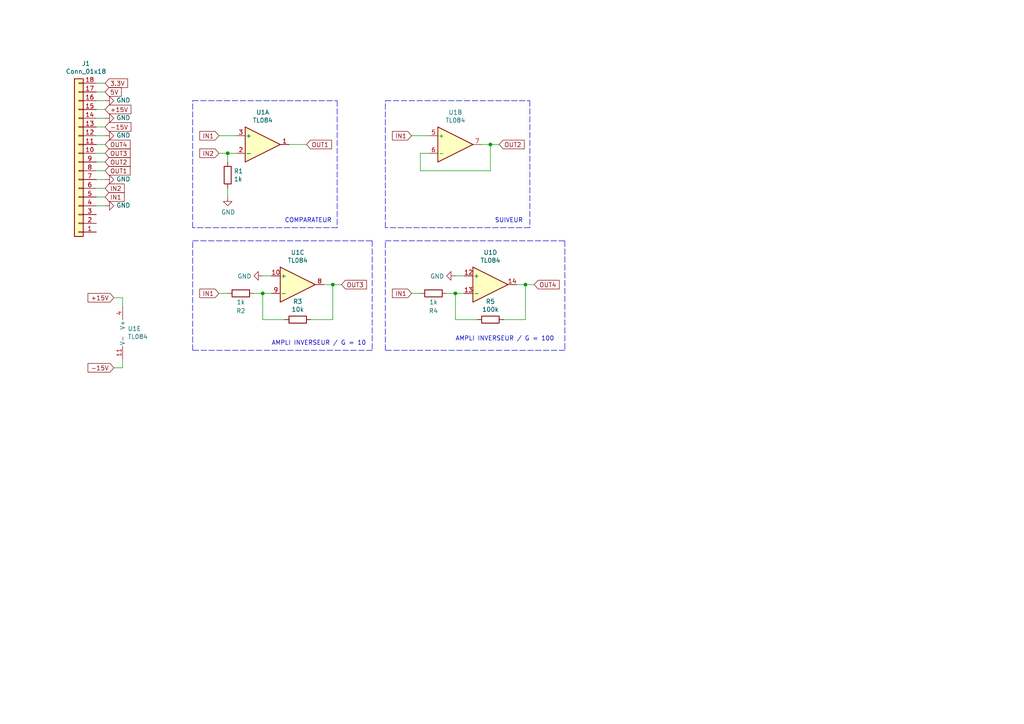
<source format=kicad_sch>
(kicad_sch (version 20231120) (generator "eeschema") (generator_version "8.0")
  (paper "A4")
  (lib_symbols
    (symbol "Amplifier_Operational:TL084" (pin_names (offset 0.127))
      (property "Reference" "U" (at 0 5.08 0))
      (property "Value" "TL084" (at 0 -5.08 0))
      (symbol "TL084_1_1"
        (polyline (pts (xy -5.08 5.08) (xy 5.08 0) (xy -5.08 -5.08) (xy -5.08 5.08)) (stroke (width 0.254)) (fill (type background)))
        (pin output line (at 7.62 0 180) (length 2.54) (name "~") (number "1"))
        (pin input line (at -7.62 -2.54 0) (length 2.54) (name "-") (number "2"))
        (pin input line (at -7.62 2.54 0) (length 2.54) (name "+") (number "3"))
      )
      (symbol "TL084_2_1"
        (polyline (pts (xy -5.08 5.08) (xy 5.08 0) (xy -5.08 -5.08) (xy -5.08 5.08)) (stroke (width 0.254)) (fill (type background)))
        (pin input line (at -7.62 2.54 0) (length 2.54) (name "+") (number "5"))
        (pin input line (at -7.62 -2.54 0) (length 2.54) (name "-") (number "6"))
        (pin output line (at 7.62 0 180) (length 2.54) (name "~") (number "7"))
      )
      (symbol "TL084_3_1"
        (polyline (pts (xy -5.08 5.08) (xy 5.08 0) (xy -5.08 -5.08) (xy -5.08 5.08)) (stroke (width 0.254)) (fill (type background)))
        (pin input line (at -7.62 2.54 0) (length 2.54) (name "+") (number "10"))
        (pin output line (at 7.62 0 180) (length 2.54) (name "~") (number "8"))
        (pin input line (at -7.62 -2.54 0) (length 2.54) (name "-") (number "9"))
      )
      (symbol "TL084_4_1"
        (polyline (pts (xy -5.08 5.08) (xy 5.08 0) (xy -5.08 -5.08) (xy -5.08 5.08)) (stroke (width 0.254)) (fill (type background)))
        (pin input line (at -7.62 2.54 0) (length 2.54) (name "+") (number "12"))
        (pin input line (at -7.62 -2.54 0) (length 2.54) (name "-") (number "13"))
        (pin output line (at 7.62 0 180) (length 2.54) (name "~") (number "14"))
      )
      (symbol "TL084_5_1"
        (pin power_in line (at -2.54 -7.62 90) (length 3.81) (name "V-") (number "11"))
        (pin power_in line (at -2.54 7.62 270) (length 3.81) (name "V+") (number "4"))
      )
    )
    (symbol "CMS_AmpliGBP-rescue:GND-power" (power) (pin_names (offset 0))
      (property "Value" "power_GND" (at 0 -3.81 0))
      (symbol "GND-power_0_1"
        (polyline (pts (xy 0 0) (xy 0 -1.27) (xy 1.27 -1.27) (xy 0 -2.54) (xy -1.27 -1.27) (xy 0 -1.27)))
      )
      (symbol "GND-power_1_1"
        (pin power_in line (at 0 0 270) (length 0) hide (name "GND") (number "1"))
      )
    )
    (symbol "Connector_Generic:Conn_01x18" (pin_names (offset 1.016) hide)
      (property "Reference" "J" (at 0 22.86 0))
      (property "Value" "Conn_01x18" (at 0 -25.4 0))
      (symbol "Conn_01x18_1_1"
        (rectangle (start -1.27 -22.733) (end 0 -22.987) (stroke (width 0.1524)))
        (rectangle (start -1.27 -20.193) (end 0 -20.447) (stroke (width 0.1524)))
        (rectangle (start -1.27 -17.653) (end 0 -17.907) (stroke (width 0.1524)))
        (rectangle (start -1.27 -15.113) (end 0 -15.367) (stroke (width 0.1524)))
        (rectangle (start -1.27 -12.573) (end 0 -12.827) (stroke (width 0.1524)))
        (rectangle (start -1.27 -10.033) (end 0 -10.287) (stroke (width 0.1524)))
        (rectangle (start -1.27 -7.493) (end 0 -7.747) (stroke (width 0.1524)))
        (rectangle (start -1.27 -4.953) (end 0 -5.207) (stroke (width 0.1524)))
        (rectangle (start -1.27 -2.413) (end 0 -2.667) (stroke (width 0.1524)))
        (rectangle (start -1.27 0.127) (end 0 -0.127) (stroke (width 0.1524)))
        (rectangle (start -1.27 2.667) (end 0 2.413) (stroke (width 0.1524)))
        (rectangle (start -1.27 5.207) (end 0 4.953) (stroke (width 0.1524)))
        (rectangle (start -1.27 7.747) (end 0 7.493) (stroke (width 0.1524)))
        (rectangle (start -1.27 10.287) (end 0 10.033) (stroke (width 0.1524)))
        (rectangle (start -1.27 12.827) (end 0 12.573) (stroke (width 0.1524)))
        (rectangle (start -1.27 15.367) (end 0 15.113) (stroke (width 0.1524)))
        (rectangle (start -1.27 17.907) (end 0 17.653) (stroke (width 0.1524)))
        (rectangle (start -1.27 20.447) (end 0 20.193) (stroke (width 0.1524)))
        (rectangle (start -1.27 21.59) (end 1.27 -24.13) (stroke (width 0.254)) (fill (type background)))
        (pin passive line (at -5.08 20.32 0) (length 3.81) (name "Pin_1") (number "1"))
        (pin passive line (at -5.08 -2.54 0) (length 3.81) (name "Pin_10") (number "10"))
        (pin passive line (at -5.08 -5.08 0) (length 3.81) (name "Pin_11") (number "11"))
        (pin passive line (at -5.08 -7.62 0) (length 3.81) (name "Pin_12") (number "12"))
        (pin passive line (at -5.08 -10.16 0) (length 3.81) (name "Pin_13") (number "13"))
        (pin passive line (at -5.08 -12.7 0) (length 3.81) (name "Pin_14") (number "14"))
        (pin passive line (at -5.08 -15.24 0) (length 3.81) (name "Pin_15") (number "15"))
        (pin passive line (at -5.08 -17.78 0) (length 3.81) (name "Pin_16") (number "16"))
        (pin passive line (at -5.08 -20.32 0) (length 3.81) (name "Pin_17") (number "17"))
        (pin passive line (at -5.08 -22.86 0) (length 3.81) (name "Pin_18") (number "18"))
        (pin passive line (at -5.08 17.78 0) (length 3.81) (name "Pin_2") (number "2"))
        (pin passive line (at -5.08 15.24 0) (length 3.81) (name "Pin_3") (number "3"))
        (pin passive line (at -5.08 12.7 0) (length 3.81) (name "Pin_4") (number "4"))
        (pin passive line (at -5.08 10.16 0) (length 3.81) (name "Pin_5") (number "5"))
        (pin passive line (at -5.08 7.62 0) (length 3.81) (name "Pin_6") (number "6"))
        (pin passive line (at -5.08 5.08 0) (length 3.81) (name "Pin_7") (number "7"))
        (pin passive line (at -5.08 2.54 0) (length 3.81) (name "Pin_8") (number "8"))
        (pin passive line (at -5.08 0 0) (length 3.81) (name "Pin_9") (number "9"))
      )
    )
    (symbol "Device:R" (pin_numbers hide) (pin_names (offset 0))
      (property "Reference" "R" (at 2.032 0 90))
      (property "Value" "R" (at 0 0 90))
      (symbol "R_0_1"
        (rectangle (start -1.016 -2.54) (end 1.016 2.54) (stroke (width 0.254)))
      )
      (symbol "R_1_1"
        (pin passive line (at 0 3.81 270) (length 1.27) (name "~") (number "1"))
        (pin passive line (at 0 -3.81 90) (length 1.27) (name "~") (number "2"))
      )
    )
  )
  (junction (at 132.08 85.09))
  (junction (at 152.4 82.55))
  (junction (at 142.24 41.91))
  (junction (at 76.2 85.09))
  (junction (at 66.04 44.45))
  (junction (at 96.52 82.55))
  (polyline (pts (xy 55.88 29.21) (xy 97.79 29.21)) (stroke (width 0) (type dash)))
  (polyline (pts (xy 111.76 29.21) (xy 153.67 29.21)) (stroke (width 0) (type dash)))
  (wire (pts (xy 27.94 31.75) (xy 30.48 31.75)))
  (wire (pts (xy 152.4 92.71) (xy 146.05 92.71)))
  (wire (pts (xy 96.52 92.71) (xy 96.52 82.55)))
  (wire (pts (xy 132.08 80.01) (xy 134.62 80.01)))
  (polyline (pts (xy 153.67 66.04) (xy 111.76 66.04)) (stroke (width 0) (type dash)))
  (wire (pts (xy 76.2 85.09) (xy 78.74 85.09)))
  (wire (pts (xy 132.08 85.09) (xy 134.62 85.09)))
  (wire (pts (xy 93.98 82.55) (xy 96.52 82.55)))
  (wire (pts (xy 27.94 54.61) (xy 30.48 54.61)))
  (wire (pts (xy 90.17 92.71) (xy 96.52 92.71)))
  (polyline (pts (xy 55.88 69.85) (xy 107.95 69.85)) (stroke (width 0) (type dash)))
  (wire (pts (xy 35.56 106.68) (xy 35.56 104.14)))
  (polyline (pts (xy 107.95 69.85) (xy 107.95 101.6)) (stroke (width 0) (type dash)))
  (wire (pts (xy 27.94 29.21) (xy 30.48 29.21)))
  (wire (pts (xy 27.94 59.69) (xy 30.48 59.69)))
  (polyline (pts (xy 111.76 66.04) (xy 111.76 29.21)) (stroke (width 0) (type dash)))
  (wire (pts (xy 142.24 49.53) (xy 142.24 41.91)))
  (polyline (pts (xy 163.83 101.6) (xy 111.76 101.6)) (stroke (width 0) (type dash)))
  (wire (pts (xy 121.92 49.53) (xy 142.24 49.53)))
  (wire (pts (xy 132.08 85.09) (xy 129.54 85.09)))
  (wire (pts (xy 33.02 106.68) (xy 35.56 106.68)))
  (wire (pts (xy 33.02 86.36) (xy 35.56 86.36)))
  (wire (pts (xy 142.24 41.91) (xy 139.7 41.91)))
  (wire (pts (xy 27.94 36.83) (xy 30.48 36.83)))
  (wire (pts (xy 124.46 44.45) (xy 121.92 44.45)))
  (polyline (pts (xy 55.88 66.04) (xy 55.88 29.21)) (stroke (width 0) (type dash)))
  (wire (pts (xy 149.86 82.55) (xy 152.4 82.55)))
  (wire (pts (xy 27.94 34.29) (xy 30.48 34.29)))
  (wire (pts (xy 66.04 46.99) (xy 66.04 44.45)))
  (polyline (pts (xy 111.76 101.6) (xy 111.76 69.85)) (stroke (width 0) (type dash)))
  (wire (pts (xy 73.66 85.09) (xy 76.2 85.09)))
  (wire (pts (xy 27.94 52.07) (xy 30.48 52.07)))
  (wire (pts (xy 63.5 39.37) (xy 68.58 39.37)))
  (wire (pts (xy 27.94 49.53) (xy 30.48 49.53)))
  (wire (pts (xy 66.04 44.45) (xy 68.58 44.45)))
  (wire (pts (xy 121.92 44.45) (xy 121.92 49.53)))
  (wire (pts (xy 27.94 57.15) (xy 30.48 57.15)))
  (wire (pts (xy 27.94 46.99) (xy 30.48 46.99)))
  (polyline (pts (xy 55.88 101.6) (xy 55.88 69.85)) (stroke (width 0) (type dash)))
  (wire (pts (xy 119.38 39.37) (xy 124.46 39.37)))
  (polyline (pts (xy 163.83 69.85) (xy 163.83 101.6)) (stroke (width 0) (type dash)))
  (wire (pts (xy 76.2 85.09) (xy 76.2 92.71)))
  (wire (pts (xy 66.04 57.15) (xy 66.04 54.61)))
  (polyline (pts (xy 97.79 29.21) (xy 97.79 66.04)) (stroke (width 0) (type dash)))
  (wire (pts (xy 142.24 41.91) (xy 144.78 41.91)))
  (wire (pts (xy 76.2 80.01) (xy 78.74 80.01)))
  (wire (pts (xy 27.94 41.91) (xy 30.48 41.91)))
  (wire (pts (xy 83.82 41.91) (xy 88.9 41.91)))
  (polyline (pts (xy 111.76 69.85) (xy 163.83 69.85)) (stroke (width 0) (type dash)))
  (wire (pts (xy 27.94 26.67) (xy 30.48 26.67)))
  (wire (pts (xy 27.94 39.37) (xy 30.48 39.37)))
  (wire (pts (xy 63.5 44.45) (xy 66.04 44.45)))
  (wire (pts (xy 119.38 85.09) (xy 121.92 85.09)))
  (wire (pts (xy 76.2 92.71) (xy 82.55 92.71)))
  (polyline (pts (xy 97.79 66.04) (xy 55.88 66.04)) (stroke (width 0) (type dash)))
  (wire (pts (xy 35.56 86.36) (xy 35.56 88.9)))
  (wire (pts (xy 152.4 82.55) (xy 152.4 92.71)))
  (wire (pts (xy 132.08 92.71) (xy 132.08 85.09)))
  (wire (pts (xy 27.94 44.45) (xy 30.48 44.45)))
  (wire (pts (xy 27.94 24.13) (xy 30.48 24.13)))
  (wire (pts (xy 152.4 82.55) (xy 154.94 82.55)))
  (polyline (pts (xy 153.67 29.21) (xy 153.67 66.04)) (stroke (width 0) (type dash)))
  (wire (pts (xy 96.52 82.55) (xy 99.06 82.55)))
  (wire (pts (xy 138.43 92.71) (xy 132.08 92.71)))
  (polyline (pts (xy 107.95 101.6) (xy 55.88 101.6)) (stroke (width 0) (type dash)))
  (wire (pts (xy 63.5 85.09) (xy 66.04 85.09)))
  (text "SUIVEUR" (at 143.51 64.77 0) (effects (font (size 1.27 1.27)) (justify left bottom)))
  (text "AMPLI INVERSEUR / G = 10\n" (at 78.74 100.33 0) (effects (font (size 1.27 1.27)) (justify left bottom)))
  (text "AMPLI INVERSEUR / G = 100\n" (at 132.08 99.06 0) (effects (font (size 1.27 1.27)) (justify left bottom)))
  (text "COMPARATEUR" (at 82.55 64.77 0) (effects (font (size 1.27 1.27)) (justify left bottom)))
  (global_label "OUT3" (shape input) (at 99.06 82.55 0) (property "Intersheetrefs" "${INTERSHEET_REFS}" (effects (hide yes))))
  (global_label "OUT1" (shape input) (at 88.9 41.91 0) (property "Intersheetrefs" "${INTERSHEET_REFS}" (effects (hide yes))))
  (global_label "IN2" (shape input) (at 63.5 44.45 180) (property "Intersheetrefs" "${INTERSHEET_REFS}" (effects (hide yes))))
  (global_label "+15V" (shape input) (at 33.02 86.36 180) (property "Intersheetrefs" "${INTERSHEET_REFS}" (effects (hide yes))))
  (global_label "IN2" (shape input) (at 30.48 54.61 0) (property "Intersheetrefs" "${INTERSHEET_REFS}" (effects (hide yes))))
  (global_label "-15V" (shape input) (at 33.02 106.68 180) (property "Intersheetrefs" "${INTERSHEET_REFS}" (effects (hide yes))))
  (global_label "OUT3" (shape input) (at 30.48 44.45 0) (property "Intersheetrefs" "${INTERSHEET_REFS}" (effects (hide yes))))
  (global_label "-15V" (shape input) (at 30.48 36.83 0) (property "Intersheetrefs" "${INTERSHEET_REFS}" (effects (hide yes))))
  (global_label "+15V" (shape input) (at 30.48 31.75 0) (property "Intersheetrefs" "${INTERSHEET_REFS}" (effects (hide yes))))
  (global_label "5V" (shape input) (at 30.48 26.67 0) (property "Intersheetrefs" "${INTERSHEET_REFS}" (effects (hide yes))))
  (global_label "3.3V" (shape input) (at 30.48 24.13 0) (property "Intersheetrefs" "${INTERSHEET_REFS}" (effects (hide yes))))
  (global_label "OUT4" (shape input) (at 154.94 82.55 0) (property "Intersheetrefs" "${INTERSHEET_REFS}" (effects (hide yes))))
  (global_label "IN1" (shape input) (at 30.48 57.15 0) (property "Intersheetrefs" "${INTERSHEET_REFS}" (effects (hide yes))))
  (global_label "OUT2" (shape input) (at 144.78 41.91 0) (property "Intersheetrefs" "${INTERSHEET_REFS}" (effects (hide yes))))
  (global_label "IN1" (shape input) (at 63.5 85.09 180) (property "Intersheetrefs" "${INTERSHEET_REFS}" (effects (hide yes))))
  (global_label "OUT1" (shape input) (at 30.48 49.53 0) (property "Intersheetrefs" "${INTERSHEET_REFS}" (effects (hide yes))))
  (global_label "OUT2" (shape input) (at 30.48 46.99 0) (property "Intersheetrefs" "${INTERSHEET_REFS}" (effects (hide yes))))
  (global_label "IN1" (shape input) (at 63.5 39.37 180) (property "Intersheetrefs" "${INTERSHEET_REFS}" (effects (hide yes))))
  (global_label "OUT4" (shape input) (at 30.48 41.91 0) (property "Intersheetrefs" "${INTERSHEET_REFS}" (effects (hide yes))))
  (global_label "IN1" (shape input) (at 119.38 85.09 180) (property "Intersheetrefs" "${INTERSHEET_REFS}" (effects (hide yes))))
  (global_label "IN1" (shape input) (at 119.38 39.37 180) (property "Intersheetrefs" "${INTERSHEET_REFS}" (effects (hide yes))))
  (symbol (lib_id "Amplifier_Operational:TL084") (at 76.2 41.91 0) (unit 1)
    (property "Reference" "U1" (at 76.2 32.5882 0))
    (property "Value" "TL084" (at 76.2 34.8996 0))
    (property "Footprint" "Package_SO:SOIC-14_3.9x8.7mm_P1.27mm" (effects (hide yes)))
    (property "Datasheet" "http://www.ti.com/lit/ds/symlink/tl081.pdf" (effects (hide yes)))
  )
  (symbol (lib_id "Amplifier_Operational:TL084") (at 132.08 41.91 0) (unit 2)
    (property "Reference" "U1" (at 132.08 32.5882 0))
    (property "Value" "TL084" (at 132.08 34.8996 0))
    (property "Footprint" "Package_SO:SOIC-14_3.9x8.7mm_P1.27mm" (effects (hide yes)))
    (property "Datasheet" "http://www.ti.com/lit/ds/symlink/tl081.pdf" (effects (hide yes)))
  )
  (symbol (lib_id "Amplifier_Operational:TL084") (at 86.36 82.55 0) (unit 3)
    (property "Reference" "U1" (at 86.36 73.2282 0))
    (property "Value" "TL084" (at 86.36 75.5396 0))
    (property "Footprint" "Package_SO:SOIC-14_3.9x8.7mm_P1.27mm" (effects (hide yes)))
    (property "Datasheet" "http://www.ti.com/lit/ds/symlink/tl081.pdf" (effects (hide yes)))
  )
  (symbol (lib_id "Amplifier_Operational:TL084") (at 142.24 82.55 0) (unit 4)
    (property "Reference" "U1" (at 142.24 73.2282 0))
    (property "Value" "TL084" (at 142.24 75.5396 0))
    (property "Footprint" "Package_SO:SOIC-14_3.9x8.7mm_P1.27mm" (effects (hide yes)))
    (property "Datasheet" "http://www.ti.com/lit/ds/symlink/tl081.pdf" (effects (hide yes)))
  )
  (symbol (lib_id "Amplifier_Operational:TL084") (at 38.1 96.52 0) (unit 5)
    (property "Reference" "U1" (at 37.0332 95.3516 0) (effects (justify left)))
    (property "Value" "TL084" (at 37.0332 97.663 0) (effects (justify left)))
    (property "Footprint" "Package_SO:SOIC-14_3.9x8.7mm_P1.27mm" (effects (hide yes)))
    (property "Datasheet" "http://www.ti.com/lit/ds/symlink/tl081.pdf" (effects (hide yes)))
  )
  (symbol (lib_id "Connector_Generic:Conn_01x18") (at 22.86 46.99 180) (unit 1)
    (property "Reference" "J1" (at 24.9428 18.415 0))
    (property "Value" "Conn_01x18" (at 24.9428 20.7264 0))
    (property "Footprint" "Connector_PinHeader_2.54mm:PinHeader_1x18_P2.54mm_Horizontal" (effects (hide yes)))
  )
  (symbol (lib_id "CMS_AmpliGBP-rescue:GND-power") (at 30.48 29.21 90) (unit 1)
    (property "Reference" "#PWR01" (effects (hide yes)))
    (property "Value" "GND" (at 33.7312 29.083 90) (effects (justify right)))
  )
  (symbol (lib_id "CMS_AmpliGBP-rescue:GND-power") (at 30.48 34.29 90) (unit 1)
    (property "Reference" "#PWR02" (effects (hide yes)))
    (property "Value" "GND" (at 33.7312 34.163 90) (effects (justify right)))
  )
  (symbol (lib_id "CMS_AmpliGBP-rescue:GND-power") (at 30.48 39.37 90) (unit 1)
    (property "Reference" "#PWR03" (effects (hide yes)))
    (property "Value" "GND" (at 33.7312 39.243 90) (effects (justify right)))
  )
  (symbol (lib_id "CMS_AmpliGBP-rescue:GND-power") (at 30.48 52.07 90) (unit 1)
    (property "Reference" "#PWR04" (effects (hide yes)))
    (property "Value" "GND" (at 33.7312 51.943 90) (effects (justify right)))
  )
  (symbol (lib_id "CMS_AmpliGBP-rescue:GND-power") (at 30.48 59.69 90) (unit 1)
    (property "Reference" "#PWR05" (effects (hide yes)))
    (property "Value" "GND" (at 33.7312 59.563 90) (effects (justify right)))
  )
  (symbol (lib_id "Device:R") (at 86.36 92.71 270) (unit 1)
    (property "Reference" "R3" (at 86.36 87.4522 90))
    (property "Value" "10k" (at 86.36 89.7636 90))
    (property "Footprint" "Resistor_SMD:R_0402_1005Metric" (effects (hide yes)))
  )
  (symbol (lib_id "Device:R") (at 66.04 50.8 0) (unit 1)
    (property "Reference" "R1" (at 67.818 49.6316 0) (effects (justify left)))
    (property "Value" "1k" (at 67.818 51.943 0) (effects (justify left)))
    (property "Footprint" "Resistor_SMD:R_0603_1608Metric" (effects (hide yes)))
  )
  (symbol (lib_id "CMS_AmpliGBP-rescue:GND-power") (at 66.04 57.15 0) (unit 1)
    (property "Reference" "#PWR06" (effects (hide yes)))
    (property "Value" "GND" (at 66.167 61.5442 0))
  )
  (symbol (lib_id "Device:R") (at 69.85 85.09 270) (unit 1)
    (property "Reference" "R2" (at 69.85 90.17 90))
    (property "Value" "1k" (at 69.85 87.63 90))
    (property "Footprint" "Resistor_SMD:R_0603_1608Metric" (effects (hide yes)))
  )
  (symbol (lib_id "CMS_AmpliGBP-rescue:GND-power") (at 76.2 80.01 270) (unit 1)
    (property "Reference" "#PWR07" (effects (hide yes)))
    (property "Value" "GND" (at 72.9488 80.137 90) (effects (justify right)))
  )
  (symbol (lib_id "Device:R") (at 142.24 92.71 270) (unit 1)
    (property "Reference" "R5" (at 142.24 87.4522 90))
    (property "Value" "100k" (at 142.24 89.7636 90))
    (property "Footprint" "Resistor_SMD:R_0402_1005Metric" (effects (hide yes)))
  )
  (symbol (lib_id "Device:R") (at 125.73 85.09 270) (unit 1)
    (property "Reference" "R4" (at 125.73 90.17 90))
    (property "Value" "1k" (at 125.73 87.63 90))
    (property "Footprint" "Resistor_SMD:R_0603_1608Metric" (effects (hide yes)))
  )
  (symbol (lib_id "CMS_AmpliGBP-rescue:GND-power") (at 132.08 80.01 270) (unit 1)
    (property "Reference" "#PWR08" (effects (hide yes)))
    (property "Value" "GND" (at 128.8288 80.137 90) (effects (justify right)))
  )
)
</source>
